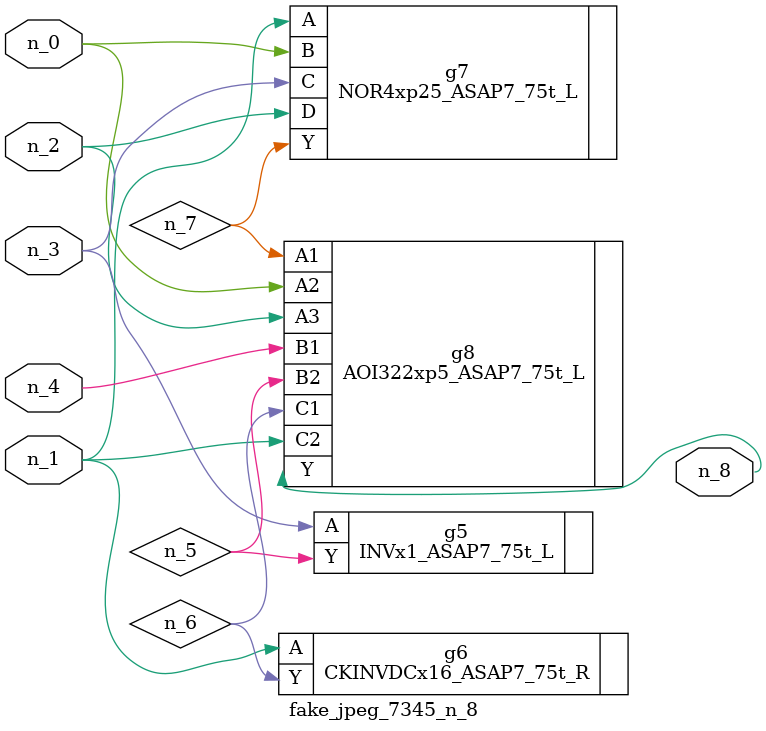
<source format=v>
module fake_jpeg_7345_n_8 (n_3, n_2, n_1, n_0, n_4, n_8);

input n_3;
input n_2;
input n_1;
input n_0;
input n_4;

output n_8;

wire n_6;
wire n_5;
wire n_7;

INVx1_ASAP7_75t_L g5 ( 
.A(n_3),
.Y(n_5)
);

CKINVDCx16_ASAP7_75t_R g6 ( 
.A(n_1),
.Y(n_6)
);

NOR4xp25_ASAP7_75t_L g7 ( 
.A(n_1),
.B(n_0),
.C(n_3),
.D(n_2),
.Y(n_7)
);

AOI322xp5_ASAP7_75t_L g8 ( 
.A1(n_7),
.A2(n_0),
.A3(n_2),
.B1(n_4),
.B2(n_5),
.C1(n_6),
.C2(n_1),
.Y(n_8)
);


endmodule
</source>
